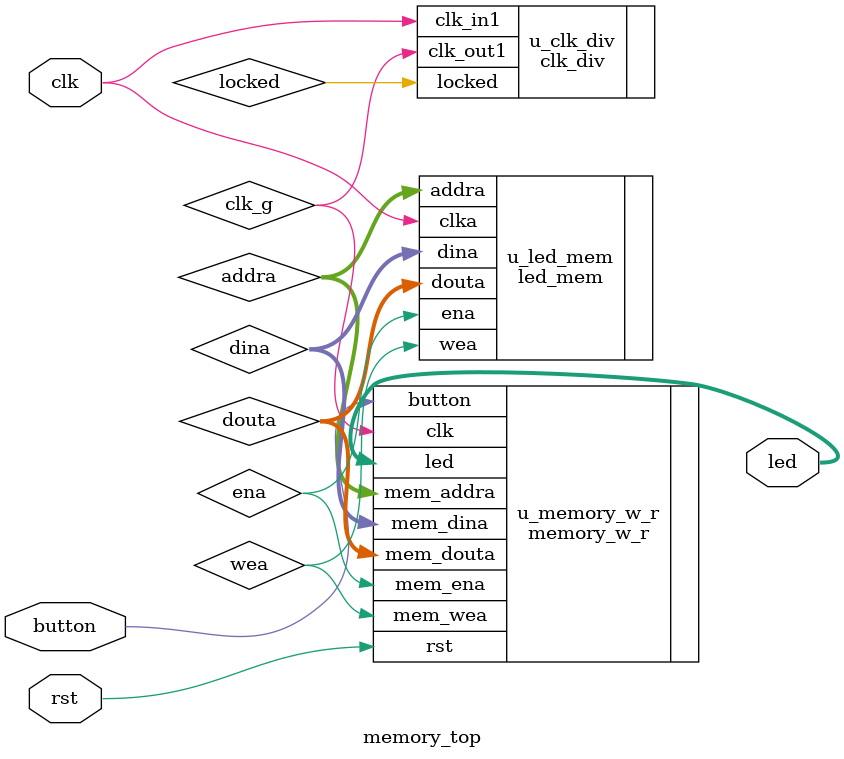
<source format=v>
module memory_top (
    input  wire        clk   ,
	input  wire        rst   ,
	input  wire        button,
	output wire [15:0] led   
);

wire        clk_g;
wire        locked;
wire        ena;
wire        wea;
wire[3:0]   addra;
wire[15:0]  dina;
wire[15:0]  douta;

clk_div u_clk_div (
    .clk_in1  (clk   ),
    .clk_out1 (clk_g ),
    .locked   (locked)
);

memory_w_r u_memory_w_r (
    .clk(clk_g),
    .rst(rst),
    .button(button),
    .mem_douta(douta),
    .mem_ena(ena),
    .mem_wea(wea),
    .mem_addra(addra),
    .mem_dina(dina),
    .led(led)
);

led_mem u_led_mem (
    .clka (clk),
    .ena(ena),
    .wea(wea),
    .addra(addra),
    .dina(dina),
    .douta(douta)
);

endmodule
</source>
